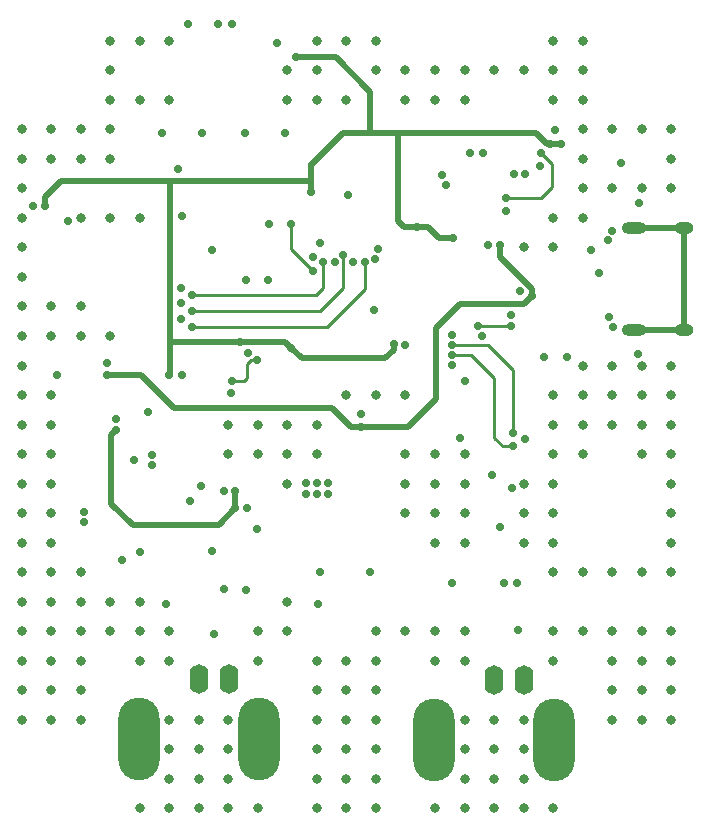
<source format=gbr>
%TF.GenerationSoftware,KiCad,Pcbnew,(6.0.4)*%
%TF.CreationDate,2022-11-12T18:53:05-06:00*%
%TF.ProjectId,Signalyzer,5369676e-616c-4797-9a65-722e6b696361,rev?*%
%TF.SameCoordinates,Original*%
%TF.FileFunction,Copper,L4,Bot*%
%TF.FilePolarity,Positive*%
%FSLAX46Y46*%
G04 Gerber Fmt 4.6, Leading zero omitted, Abs format (unit mm)*
G04 Created by KiCad (PCBNEW (6.0.4)) date 2022-11-12 18:53:05*
%MOMM*%
%LPD*%
G01*
G04 APERTURE LIST*
%TA.AperFunction,ComponentPad*%
%ADD10O,2.100000X1.000000*%
%TD*%
%TA.AperFunction,ComponentPad*%
%ADD11O,1.600000X1.000000*%
%TD*%
%TA.AperFunction,ComponentPad*%
%ADD12O,1.600000X2.500000*%
%TD*%
%TA.AperFunction,ComponentPad*%
%ADD13O,3.500000X7.000000*%
%TD*%
%TA.AperFunction,ViaPad*%
%ADD14C,0.800000*%
%TD*%
%TA.AperFunction,ViaPad*%
%ADD15C,0.700000*%
%TD*%
%TA.AperFunction,Conductor*%
%ADD16C,0.500000*%
%TD*%
%TA.AperFunction,Conductor*%
%ADD17C,0.293370*%
%TD*%
G04 APERTURE END LIST*
D10*
%TO.P,J200,S1,SHIELD*%
%TO.N,unconnected-(J200-PadS1)*%
X165120000Y-83970000D03*
D11*
X169300000Y-75330000D03*
X169300000Y-83970000D03*
D10*
X165120000Y-75330000D03*
%TD*%
D12*
%TO.P,J400,1,In*%
%TO.N,/DAC/OUT*%
X153250000Y-113600000D03*
D13*
%TO.P,J400,2,Ext*%
%TO.N,GND*%
X148170000Y-118680000D03*
D12*
X155790000Y-113600000D03*
D13*
X158330000Y-118680000D03*
%TD*%
D12*
%TO.P,J300,1,In*%
%TO.N,/ADC/IN*%
X128250000Y-113500000D03*
%TO.P,J300,2,Ext*%
%TO.N,GND*%
X130790000Y-113500000D03*
D13*
X133330000Y-118580000D03*
X123170000Y-118580000D03*
%TD*%
D14*
%TO.N,GND*%
X130750000Y-92000000D03*
X133250000Y-92000000D03*
X135750000Y-92000000D03*
X138250000Y-92000000D03*
X115750000Y-94500000D03*
X115750000Y-97000000D03*
X115750000Y-99500000D03*
X145750000Y-89500000D03*
X143250000Y-89500000D03*
X140750000Y-89500000D03*
X155750000Y-97000000D03*
X155750000Y-99500000D03*
X155750000Y-102000000D03*
X165750000Y-94500000D03*
X160750000Y-94500000D03*
X160750000Y-104500000D03*
X163250000Y-104500000D03*
X165750000Y-104500000D03*
X158250000Y-104500000D03*
X158250000Y-102000000D03*
X158250000Y-99500000D03*
X158250000Y-97000000D03*
X158250000Y-94500000D03*
X158250000Y-92000000D03*
X158250000Y-89500000D03*
X160750000Y-92000000D03*
X163250000Y-92000000D03*
X165750000Y-92000000D03*
X165750000Y-89500000D03*
X163250000Y-89500000D03*
X160750000Y-89500000D03*
X160750000Y-87000000D03*
X163250000Y-87000000D03*
X165750000Y-87000000D03*
X168250000Y-87000000D03*
X168250000Y-89500000D03*
X168250000Y-92000000D03*
X168250000Y-94500000D03*
X168250000Y-97000000D03*
X168250000Y-99500000D03*
X168250000Y-102000000D03*
X168250000Y-104500000D03*
X155750000Y-77000000D03*
X158250000Y-77000000D03*
X160750000Y-74500000D03*
X158250000Y-74500000D03*
X160750000Y-69500000D03*
X160750000Y-72000000D03*
X163250000Y-72000000D03*
X165750000Y-72000000D03*
X168250000Y-72000000D03*
X168250000Y-69500000D03*
X168250000Y-67000000D03*
X165750000Y-67000000D03*
X163250000Y-67000000D03*
X160750000Y-67000000D03*
X160750000Y-64500000D03*
X158250000Y-64500000D03*
X150750000Y-64500000D03*
X148250000Y-64500000D03*
X145750000Y-64500000D03*
X143250000Y-62000000D03*
X145750000Y-62000000D03*
X148250000Y-62000000D03*
X150750000Y-62000000D03*
X153250000Y-62000000D03*
X155750000Y-62000000D03*
X158250000Y-62000000D03*
X160750000Y-62000000D03*
X160750000Y-59500000D03*
X158250000Y-59500000D03*
X143250000Y-59500000D03*
X140750000Y-59500000D03*
X138250000Y-59500000D03*
X135750000Y-62000000D03*
X138250000Y-62000000D03*
X140750000Y-64500000D03*
X138250000Y-64500000D03*
X135750000Y-64500000D03*
X123250000Y-74500000D03*
X120750000Y-74500000D03*
X118250000Y-74500000D03*
X150750000Y-102000000D03*
X150750000Y-99500000D03*
X150750000Y-97000000D03*
X150750000Y-94500000D03*
X148250000Y-94500000D03*
X148250000Y-97000000D03*
X148250000Y-99500000D03*
X148250000Y-102000000D03*
X145750000Y-99500000D03*
X145750000Y-97000000D03*
X145750000Y-94500000D03*
X135750000Y-97000000D03*
X138250000Y-94500000D03*
X135750000Y-94500000D03*
X133250000Y-94500000D03*
X130750000Y-94500000D03*
X120750000Y-84500000D03*
X118250000Y-84500000D03*
X118250000Y-82000000D03*
X115750000Y-82000000D03*
X115750000Y-84500000D03*
X115750000Y-89500000D03*
X115750000Y-92000000D03*
X115750000Y-102000000D03*
X125750000Y-109500000D03*
X135750000Y-107000000D03*
X143250000Y-109500000D03*
X145750000Y-109500000D03*
X148250000Y-109500000D03*
X150750000Y-109500000D03*
X158250000Y-109500000D03*
X160750000Y-109500000D03*
X163250000Y-109500000D03*
X165750000Y-109500000D03*
X168250000Y-109500000D03*
X168250000Y-112000000D03*
X165750000Y-112000000D03*
X165750000Y-114500000D03*
X168250000Y-114500000D03*
X168250000Y-117000000D03*
X165750000Y-117000000D03*
X163250000Y-117000000D03*
X163250000Y-114500000D03*
X163250000Y-112000000D03*
X158250000Y-112000000D03*
X148250000Y-112000000D03*
X150750000Y-112000000D03*
X150750000Y-117000000D03*
X153250000Y-117000000D03*
X155750000Y-117000000D03*
X155750000Y-119500000D03*
X153250000Y-119500000D03*
X150750000Y-119500000D03*
X150750000Y-122000000D03*
X153250000Y-122000000D03*
X155750000Y-122000000D03*
X158250000Y-124500000D03*
X155750000Y-124500000D03*
X153250000Y-124500000D03*
X150750000Y-124500000D03*
X148250000Y-124500000D03*
X140750000Y-124500000D03*
X143250000Y-124500000D03*
X143250000Y-122000000D03*
X140750000Y-122000000D03*
X140750000Y-119500000D03*
X143250000Y-119500000D03*
X143250000Y-117000000D03*
X140750000Y-117000000D03*
X140750000Y-114500000D03*
X143250000Y-114500000D03*
X143250000Y-112000000D03*
X140750000Y-112000000D03*
X133250000Y-112000000D03*
X133250000Y-109500000D03*
X135750000Y-109500000D03*
X138250000Y-112000000D03*
X138250000Y-114500000D03*
X138250000Y-117000000D03*
X138250000Y-119500000D03*
X138250000Y-122000000D03*
X138250000Y-124500000D03*
X133250000Y-124500000D03*
X123250000Y-124500000D03*
X125750000Y-124500000D03*
X128250000Y-124500000D03*
X130750000Y-124500000D03*
X130750000Y-122000000D03*
X128250000Y-122000000D03*
X125750000Y-122000000D03*
X125750000Y-119500000D03*
X128250000Y-119500000D03*
X130750000Y-119500000D03*
X130750000Y-117000000D03*
X128250000Y-117000000D03*
X125750000Y-117000000D03*
X125750000Y-112000000D03*
X123250000Y-112000000D03*
X120750000Y-109500000D03*
X123250000Y-109500000D03*
X123250000Y-107000000D03*
X120750000Y-107000000D03*
X115750000Y-104500000D03*
X118250000Y-104500000D03*
X118250000Y-107000000D03*
X115750000Y-107000000D03*
X115750000Y-109500000D03*
X118250000Y-109500000D03*
X118250000Y-112000000D03*
X115750000Y-112000000D03*
X115750000Y-114500000D03*
X118250000Y-114500000D03*
X118250000Y-117000000D03*
X115750000Y-117000000D03*
X113250000Y-117000000D03*
X113250000Y-114500000D03*
X113250000Y-112000000D03*
X113250000Y-109500000D03*
X113250000Y-107000000D03*
X113250000Y-104500000D03*
X113250000Y-102000000D03*
X113250000Y-99500000D03*
X113250000Y-97000000D03*
X113250000Y-94500000D03*
X113250000Y-92000000D03*
X113250000Y-89500000D03*
X113250000Y-87000000D03*
X113250000Y-84500000D03*
X113250000Y-82000000D03*
X113250000Y-79500000D03*
X113250000Y-77000000D03*
X113250000Y-74500000D03*
X113250000Y-72000000D03*
X113250000Y-67000000D03*
X113250000Y-69500000D03*
X115750000Y-69500000D03*
X115750000Y-67000000D03*
X118250000Y-67000000D03*
X118250000Y-69500000D03*
X120750000Y-69500000D03*
X120750000Y-67000000D03*
X125750000Y-64500000D03*
X123250000Y-64500000D03*
X120750000Y-64500000D03*
X120750000Y-62000000D03*
X125750000Y-59500000D03*
X123250000Y-59500000D03*
X120750000Y-59500000D03*
D15*
X126800000Y-87800000D03*
X145725000Y-85225000D03*
X120450000Y-86825000D03*
X114250000Y-73500000D03*
X141950000Y-91075000D03*
%TO.N,+3V3*%
X158025000Y-68225000D03*
%TO.N,GND*%
X116250000Y-87800000D03*
X143050000Y-82300000D03*
%TO.N,+3V3*%
X144750000Y-85200000D03*
X136050000Y-85500000D03*
X131750000Y-85000000D03*
X149750000Y-76200000D03*
X146750000Y-75300000D03*
%TO.N,+5V*%
X141950000Y-92200000D03*
X120450000Y-87800000D03*
%TO.N,+3V3*%
X125750000Y-87800000D03*
X115250000Y-73500000D03*
%TO.N,GND*%
X137950000Y-77800000D03*
%TO.N,/MCU/NRST*%
X137950000Y-79000000D03*
X136050000Y-75000000D03*
%TO.N,GND*%
X158450000Y-67100000D03*
%TO.N,+3V3*%
X136450000Y-60900000D03*
X137775000Y-72350000D03*
X158900000Y-68225000D03*
%TO.N,GND*%
X164025000Y-69875000D03*
X152750000Y-76800000D03*
X155450000Y-80700000D03*
%TO.N,+5V*%
X153750000Y-76800000D03*
X156450000Y-81100000D03*
%TO.N,GND*%
X154250000Y-73900000D03*
X157150000Y-70100000D03*
%TO.N,+3V3*%
X157225000Y-69025000D03*
X154250000Y-72800000D03*
%TO.N,GND*%
X155850000Y-70800000D03*
X154950000Y-70800000D03*
X152350000Y-69000000D03*
X151250000Y-69000000D03*
X148850000Y-70900000D03*
X149150000Y-71700000D03*
X130950000Y-89350000D03*
X130350000Y-97600000D03*
X118550000Y-100250000D03*
X155850000Y-93250000D03*
X149681250Y-105450000D03*
X153100000Y-96250000D03*
X162100000Y-79200000D03*
X129550000Y-109700000D03*
X132150000Y-67350000D03*
X165450000Y-86000000D03*
X124250000Y-95450000D03*
X143450000Y-77100000D03*
X123950000Y-90900000D03*
X126450000Y-70350000D03*
X134200000Y-75000000D03*
X150750000Y-88300000D03*
X133150000Y-100800000D03*
X155200000Y-105450000D03*
X161479788Y-77235020D03*
X131100000Y-58100000D03*
X126750000Y-81700000D03*
X141300000Y-78250000D03*
X132450000Y-85900000D03*
X129850000Y-58100000D03*
X127300000Y-58100000D03*
X125450000Y-107200000D03*
X152250000Y-84500000D03*
X157450000Y-86250000D03*
X128550000Y-67350000D03*
X155300000Y-109400000D03*
X163300000Y-83700000D03*
X125100000Y-67350000D03*
X121250000Y-91500000D03*
X139162500Y-96937500D03*
X140900000Y-72600000D03*
X121750000Y-103450000D03*
X135550000Y-67350000D03*
X163250000Y-75600000D03*
X138262500Y-96937500D03*
X126750000Y-80400000D03*
X126750000Y-83100000D03*
X149650000Y-86949503D03*
X154750000Y-97400000D03*
X142750000Y-104500000D03*
X165500000Y-73250000D03*
X162950000Y-82900000D03*
X149650006Y-84398352D03*
X129350000Y-77250000D03*
X137362500Y-97837500D03*
X129400000Y-102700000D03*
X132250000Y-79800000D03*
X139750000Y-78250000D03*
X134100000Y-79800000D03*
X126800000Y-74350000D03*
X159450000Y-86250000D03*
X139162500Y-97837500D03*
X138500000Y-76600000D03*
X122750000Y-95000000D03*
X138262500Y-97837500D03*
X150400000Y-93150000D03*
X154650000Y-82700000D03*
X123300000Y-102750000D03*
X130400000Y-105900000D03*
X137362500Y-96937500D03*
X117200000Y-74800000D03*
X162900000Y-76400000D03*
X138550000Y-104500000D03*
X134850000Y-59700000D03*
X132250000Y-106000000D03*
X138350000Y-107150000D03*
X118550000Y-99400000D03*
X124250000Y-94600000D03*
X153731250Y-100700000D03*
X127500000Y-98450000D03*
X154050000Y-105450000D03*
X132350000Y-99100000D03*
X143200000Y-78000000D03*
X128400000Y-97200000D03*
%TO.N,+3.3VA*%
X131350000Y-97600000D03*
X131350000Y-99100000D03*
X121250000Y-92500000D03*
%TO.N,SPI2_NSS*%
X151850000Y-83650000D03*
X154650000Y-83650000D03*
%TO.N,SPI1_NSS*%
X131075000Y-88325000D03*
X133150000Y-86500000D03*
%TO.N,/MCU/TIM4_CH3*%
X127700000Y-81050000D03*
X138750000Y-78250000D03*
%TO.N,/MCU/TIM4_CH1*%
X142300000Y-78250000D03*
X127700000Y-83750000D03*
%TO.N,/MCU/TIM4_CH2*%
X140500000Y-77600000D03*
X127700000Y-82400000D03*
%TO.N,DAC_NCLR*%
X154850000Y-93850000D03*
X149650000Y-86100000D03*
%TO.N,DAC_NLDAC*%
X154850000Y-92700000D03*
X149647009Y-85247849D03*
%TD*%
D16*
%TO.N,unconnected-(J200-PadS1)*%
X169300000Y-75330000D02*
X169300000Y-83970000D01*
X165120000Y-75330000D02*
X169300000Y-75330000D01*
X165120000Y-83970000D02*
X169300000Y-83970000D01*
%TO.N,+5V*%
X123350000Y-87800000D02*
X120450000Y-87800000D01*
X126150000Y-90600000D02*
X123350000Y-87800000D01*
X141150000Y-92200000D02*
X139550000Y-90600000D01*
X141950000Y-92200000D02*
X141150000Y-92200000D01*
X139550000Y-90600000D02*
X126150000Y-90600000D01*
D17*
%TO.N,SPI1_NSS*%
X132350000Y-88025000D02*
X132050000Y-88325000D01*
X132350000Y-86850000D02*
X132350000Y-88025000D01*
X132700000Y-86500000D02*
X132350000Y-86850000D01*
X133150000Y-86500000D02*
X132700000Y-86500000D01*
X132050000Y-88325000D02*
X131075000Y-88325000D01*
D16*
%TO.N,+3V3*%
X158025000Y-68225000D02*
X158900000Y-68225000D01*
X157750000Y-68225000D02*
X158025000Y-68225000D01*
X156800000Y-67275000D02*
X145075000Y-67275000D01*
X157750000Y-68225000D02*
X156800000Y-67275000D01*
D17*
%TO.N,DAC_NCLR*%
X154000000Y-93850000D02*
X154850000Y-93850000D01*
X153250000Y-93100000D02*
X154000000Y-93850000D01*
X153250000Y-88050000D02*
X153250000Y-93100000D01*
X151300000Y-86100000D02*
X153250000Y-88050000D01*
X149650000Y-86100000D02*
X151300000Y-86100000D01*
%TO.N,DAC_NLDAC*%
X154850000Y-87350000D02*
X154850000Y-92700000D01*
X152746196Y-85246196D02*
X154850000Y-87350000D01*
X149648662Y-85246196D02*
X152746196Y-85246196D01*
X149647009Y-85247849D02*
X149648662Y-85246196D01*
D16*
%TO.N,+3V3*%
X144050000Y-86400000D02*
X144750000Y-85700000D01*
X144750000Y-85700000D02*
X144750000Y-85200000D01*
X136950000Y-86400000D02*
X144050000Y-86400000D01*
X136050000Y-85500000D02*
X136950000Y-86400000D01*
X135550000Y-85000000D02*
X136050000Y-85500000D01*
X131750000Y-85000000D02*
X135550000Y-85000000D01*
X131725000Y-85025000D02*
X131750000Y-85000000D01*
X125775000Y-85025000D02*
X131725000Y-85025000D01*
X125775000Y-71375000D02*
X125775000Y-85025000D01*
X125775000Y-85025000D02*
X125775000Y-87775000D01*
X148550000Y-76200000D02*
X149750000Y-76200000D01*
X147650000Y-75300000D02*
X148550000Y-76200000D01*
X146750000Y-75300000D02*
X147650000Y-75300000D01*
X145650000Y-75300000D02*
X146750000Y-75300000D01*
X145550000Y-75200000D02*
X145650000Y-75300000D01*
X145075000Y-74725000D02*
X145550000Y-75200000D01*
X145075000Y-67275000D02*
X145075000Y-74725000D01*
X145075000Y-67275000D02*
X142775000Y-67275000D01*
%TO.N,+5V*%
X150350000Y-81800000D02*
X155750000Y-81800000D01*
X155750000Y-81800000D02*
X156450000Y-81100000D01*
X148350000Y-83800000D02*
X150350000Y-81800000D01*
X145950000Y-92200000D02*
X148350000Y-89800000D01*
X148350000Y-89800000D02*
X148350000Y-83800000D01*
X141950000Y-92200000D02*
X145950000Y-92200000D01*
%TO.N,+3V3*%
X125775000Y-71375000D02*
X116575000Y-71375000D01*
X125775000Y-87775000D02*
X125750000Y-87800000D01*
X137775000Y-71375000D02*
X125775000Y-71375000D01*
X115250000Y-72700000D02*
X115250000Y-73500000D01*
X116575000Y-71375000D02*
X115250000Y-72700000D01*
X137775000Y-71375000D02*
X137775000Y-72350000D01*
X137775000Y-69975000D02*
X137775000Y-71375000D01*
D17*
%TO.N,/MCU/NRST*%
X136050000Y-77100000D02*
X136050000Y-75000000D01*
X137950000Y-79000000D02*
X136050000Y-77100000D01*
D16*
%TO.N,+3V3*%
X142775000Y-63825000D02*
X139850000Y-60900000D01*
X142775000Y-67275000D02*
X142775000Y-63825000D01*
X139850000Y-60900000D02*
X136450000Y-60900000D01*
X142775000Y-67275000D02*
X140475000Y-67275000D01*
X137800000Y-69950000D02*
X137775000Y-69975000D01*
X140475000Y-67275000D02*
X137800000Y-69950000D01*
D17*
X157250000Y-72800000D02*
X154250000Y-72800000D01*
X158150000Y-69950000D02*
X158150000Y-71900000D01*
X158150000Y-71900000D02*
X157250000Y-72800000D01*
X157225000Y-69025000D02*
X158150000Y-69950000D01*
D16*
%TO.N,+5V*%
X153750000Y-77800000D02*
X156450000Y-80500000D01*
X156450000Y-80500000D02*
X156450000Y-81100000D01*
X153750000Y-76800000D02*
X153750000Y-77800000D01*
%TO.N,+3.3VA*%
X131350000Y-97600000D02*
X131350000Y-99100000D01*
X120850000Y-98700000D02*
X120850000Y-92900000D01*
X129950000Y-100500000D02*
X122650000Y-100500000D01*
X122650000Y-100500000D02*
X120850000Y-98700000D01*
X120850000Y-92900000D02*
X121250000Y-92500000D01*
X131350000Y-99100000D02*
X129950000Y-100500000D01*
D17*
%TO.N,SPI2_NSS*%
X154650000Y-83650000D02*
X151850000Y-83650000D01*
%TO.N,/MCU/TIM4_CH3*%
X138750000Y-80450000D02*
X138150000Y-81050000D01*
X138750000Y-78250000D02*
X138750000Y-80450000D01*
X138150000Y-81050000D02*
X127700000Y-81050000D01*
%TO.N,/MCU/TIM4_CH1*%
X139100000Y-83750000D02*
X127700000Y-83750000D01*
X142300000Y-78250000D02*
X142300000Y-80550000D01*
X142300000Y-80550000D02*
X139100000Y-83750000D01*
%TO.N,/MCU/TIM4_CH2*%
X140500000Y-80450000D02*
X140500000Y-77600000D01*
X127700000Y-82400000D02*
X138550000Y-82400000D01*
X138550000Y-82400000D02*
X140500000Y-80450000D01*
%TD*%
M02*

</source>
